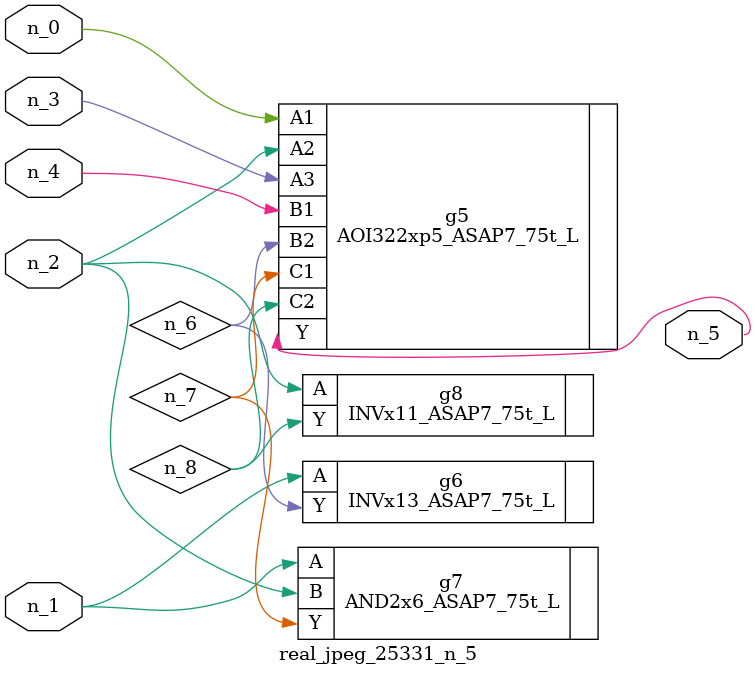
<source format=v>
module real_jpeg_25331_n_5 (n_4, n_0, n_1, n_2, n_3, n_5);

input n_4;
input n_0;
input n_1;
input n_2;
input n_3;

output n_5;

wire n_8;
wire n_6;
wire n_7;

AOI322xp5_ASAP7_75t_L g5 ( 
.A1(n_0),
.A2(n_2),
.A3(n_3),
.B1(n_4),
.B2(n_6),
.C1(n_7),
.C2(n_8),
.Y(n_5)
);

INVx13_ASAP7_75t_L g6 ( 
.A(n_1),
.Y(n_6)
);

AND2x6_ASAP7_75t_L g7 ( 
.A(n_1),
.B(n_2),
.Y(n_7)
);

INVx11_ASAP7_75t_L g8 ( 
.A(n_2),
.Y(n_8)
);


endmodule
</source>
